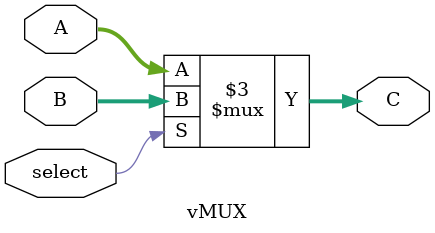
<source format=v>
module vMUX (
  input wire [255:0] A,
  input wire [255:0] B,
  input wire select,
  output reg [255:0] C
);

  always @ (*) begin
    if (select) begin
      C <= B;
    end else begin
      C <= A;
    end
  end

endmodule

</source>
